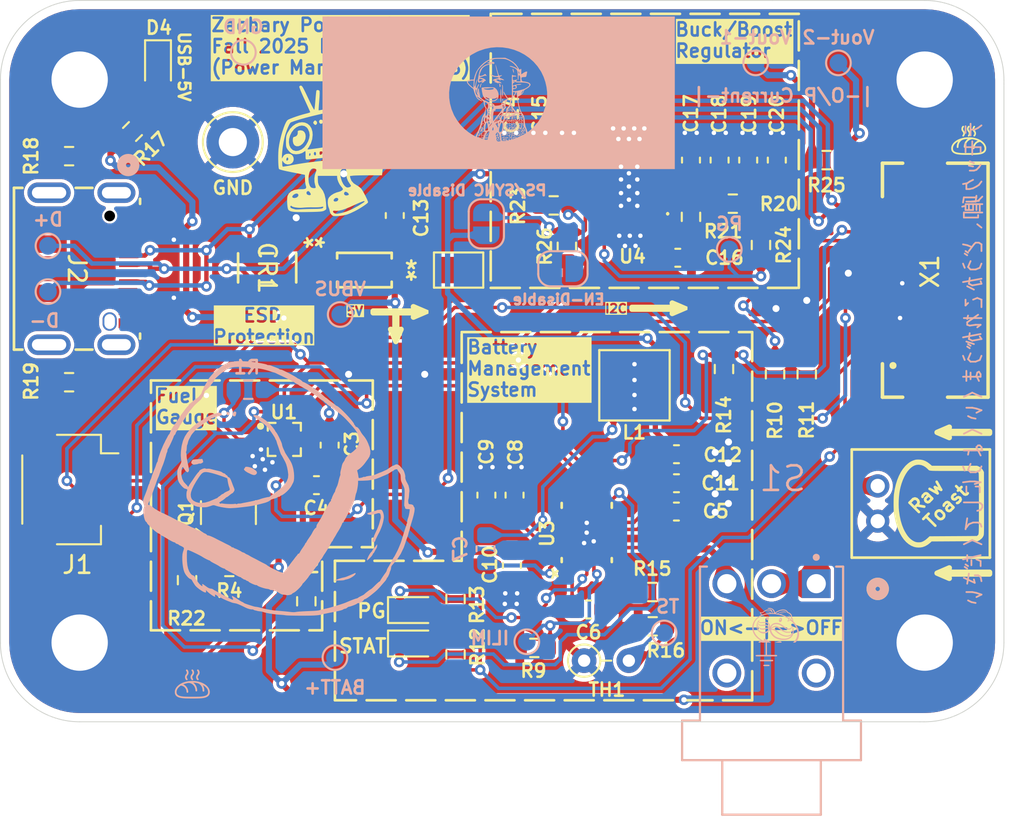
<source format=kicad_pcb>
(kicad_pcb
	(version 20241229)
	(generator "pcbnew")
	(generator_version "9.0")
	(general
		(thickness 1.646)
		(legacy_teardrops no)
	)
	(paper "A4")
	(layers
		(0 "F.Cu" signal)
		(2 "B.Cu" signal)
		(9 "F.Adhes" user "F.Adhesive")
		(11 "B.Adhes" user "B.Adhesive")
		(13 "F.Paste" user)
		(15 "B.Paste" user)
		(5 "F.SilkS" user "F.Silkscreen")
		(7 "B.SilkS" user "B.Silkscreen")
		(1 "F.Mask" user)
		(3 "B.Mask" user)
		(17 "Dwgs.User" user "User.Drawings")
		(19 "Cmts.User" user "User.Comments")
		(21 "Eco1.User" user "User.Eco1")
		(23 "Eco2.User" user "User.Eco2")
		(25 "Edge.Cuts" user)
		(27 "Margin" user)
		(31 "F.CrtYd" user "F.Courtyard")
		(29 "B.CrtYd" user "B.Courtyard")
		(35 "F.Fab" user)
		(33 "B.Fab" user)
		(39 "User.1" user)
		(41 "User.2" user)
		(43 "User.3" user)
		(45 "User.4" user)
		(47 "User.5" user)
		(49 "User.6" user)
		(51 "User.7" user)
		(53 "User.8" user)
		(55 "User.9" user)
	)
	(setup
		(stackup
			(layer "F.SilkS"
				(type "Top Silk Screen")
				(material "Liquid Photo")
			)
			(layer "F.Paste"
				(type "Top Solder Paste")
			)
			(layer "F.Mask"
				(type "Top Solder Mask")
				(color "Purple")
				(thickness 0.0254)
				(material "SMOBC")
				(epsilon_r 3.3)
				(loss_tangent 0)
			)
			(layer "F.Cu"
				(type "copper")
				(thickness 0.0356)
			)
			(layer "dielectric 1"
				(type "core")
				(thickness 1.524)
				(material "FR4")
				(epsilon_r 4.5)
				(loss_tangent 0.02)
			)
			(layer "B.Cu"
				(type "copper")
				(thickness 0.0356)
			)
			(layer "B.Mask"
				(type "Bottom Solder Mask")
				(color "Purple")
				(thickness 0.0254)
				(material "SMOBC")
				(epsilon_r 3.3)
				(loss_tangent 0)
			)
			(layer "B.Paste"
				(type "Bottom Solder Paste")
			)
			(layer "B.SilkS"
				(type "Bottom Silk Screen")
				(material "Liquid Photo")
			)
			(copper_finish "ENIG")
			(dielectric_constraints no)
		)
		(pad_to_mask_clearance 0.0508)
		(allow_soldermask_bridges_in_footprints yes)
		(tenting front back)
		(aux_axis_origin 127.20111 115.16359)
		(grid_origin 127.20111 115.16359)
		(pcbplotparams
			(layerselection 0x00000000_00000000_55555555_5755f5ff)
			(plot_on_all_layers_selection 0x00000000_00000000_00000000_00000000)
			(disableapertmacros no)
			(usegerberextensions no)
			(usegerberattributes yes)
			(usegerberadvancedattributes yes)
			(creategerberjobfile yes)
			(dashed_line_dash_ratio 12.000000)
			(dashed_line_gap_ratio 3.000000)
			(svgprecision 4)
			(plotframeref no)
			(mode 1)
			(useauxorigin no)
			(hpglpennumber 1)
			(hpglpenspeed 20)
			(hpglpendiameter 15.000000)
			(pdf_front_fp_property_popups yes)
			(pdf_back_fp_property_popups yes)
			(pdf_metadata yes)
			(pdf_single_document no)
			(dxfpolygonmode yes)
			(dxfimperialunits yes)
			(dxfusepcbnewfont yes)
			(psnegative no)
			(psa4output no)
			(plot_black_and_white yes)
			(sketchpadsonfab no)
			(plotpadnumbers no)
			(hidednponfab no)
			(sketchdnponfab yes)
			(crossoutdnponfab yes)
			(subtractmaskfromsilk no)
			(outputformat 1)
			(mirror no)
			(drillshape 1)
			(scaleselection 1)
			(outputdirectory "")
		)
	)
	(net 0 "")
	(net 1 "GND")
	(net 2 "+3.3V")
	(net 3 "/Power Subsystem/STAT")
	(net 4 "/Power Subsystem/*PG")
	(net 5 "VBUS")
	(net 6 "/Power Subsystem/BAT_LOW")
	(net 7 "/Power Subsystem/VDD")
	(net 8 "/Power Subsystem/*INT")
	(net 9 "/Power Subsystem/TS")
	(net 10 "/Power Subsystem/TS_BIAS")
	(net 11 "/Power Subsystem/ILIM")
	(net 12 "+BATT")
	(net 13 "/Power Subsystem/SDA")
	(net 14 "/Power Subsystem/SCL")
	(net 15 "/Power Subsystem/D-")
	(net 16 "/Power Subsystem/D+")
	(net 17 "Net-(U3-REGN)")
	(net 18 "Net-(U3-BTST)")
	(net 19 "Net-(U3-SW)")
	(net 20 "Net-(U3-PMID)")
	(net 21 "Net-(D3-A)")
	(net 22 "Net-(D1-A)")
	(net 23 "Net-(D2-A)")
	(net 24 "Net-(D4-A)")
	(net 25 "Net-(Q1-G)")
	(net 26 "Net-(Q1-D)")
	(net 27 "unconnected-(U3-*QON-Pad7)")
	(net 28 "Net-(U4-FB)")
	(net 29 "Net-(U4-VOUT_1)")
	(net 30 "unconnected-(J2-SBU2-Pad4)")
	(net 31 "Net-(J2-CC2)")
	(net 32 "Net-(J2-CC1)")
	(net 33 "unconnected-(J2-SBU1-Pad10)")
	(net 34 "Net-(J3-Pad2)")
	(net 35 "Net-(U4-L2_1)")
	(net 36 "Net-(U4-L1_1)")
	(net 37 "Net-(U4-PG)")
	(net 38 "unconnected-(X1-Pad4)")
	(net 39 "unconnected-(X1-Pad5)")
	(net 40 "unconnected-(X1-Pad8)")
	(net 41 "unconnected-(X1-Pad6)")
	(net 42 "+5V")
	(net 43 "Net-(U4-VINA)")
	(net 44 "/Power Subsystem/Regulators/EN")
	(net 45 "/Power Subsystem/Regulators/PS{slash}SYNC")
	(footprint "capstone-project:IC_BQ27427YZFR" (layer "F.Cu") (at 136.925 96.4))
	(footprint "Resistor_SMD:R_0603_1608Metric" (layer "F.Cu") (at 164.8 92.7 -90))
	(footprint "Resistor_SMD:R_0603_1608Metric" (layer "F.Cu") (at 151.125 108.25))
	(footprint "capstone-project:TPS63020DSJR" (layer "F.Cu") (at 156.5 82.025 90))
	(footprint "TestPoint:TestPoint_Loop_D2.60mm_Drill1.6mm_Beaded" (layer "F.Cu") (at 134 79.5))
	(footprint "Resistor_SMD:R_0603_1608Metric" (layer "F.Cu") (at 124.7 93.15 180))
	(footprint "capstone-project:Adafruit EYESPI FPC Connector" (layer "F.Cu") (at 173.9 87.35 90))
	(footprint "capstone-project:1N5819HW-7-F_DIO" (layer "F.Cu") (at 141.475 86.775 180))
	(footprint "Connector_JST:JST_SH_SM04B-SRSS-TB_1x04-1MP_P1.00mm_Horizontal" (layer "F.Cu") (at 124.725 99.25 -90))
	(footprint "Capacitor_SMD:C_0603_1608Metric" (layer "F.Cu") (at 148.403777 99.566325 -90))
	(footprint "Resistor_SMD:R_0603_1608Metric" (layer "F.Cu") (at 133.8 103.65))
	(footprint "Resistor_SMD:R_0603_1608Metric" (layer "F.Cu") (at 167.725 80.525 180))
	(footprint "capstone-project:WQFN-HR18__RYK_TEX" (layer "F.Cu") (at 154.103776 101.691333 90))
	(footprint "Resistor_SMD:R_0603_1608Metric" (layer "F.Cu") (at 124.7 80.3 180))
	(footprint "LED_SMD:LED_0603_1608Metric" (layer "F.Cu") (at 144.3 108))
	(footprint "LOGO" (layer "F.Cu") (at 174.1 100.0451 90))
	(footprint "Jumper:SolderJumper-2_P1.3mm_Open_TrianglePad1.0x1.5mm" (layer "F.Cu") (at 146.825 86.775))
	(footprint "Capacitor_SMD:C_0603_1608Metric" (layer "F.Cu") (at 149.775 80.55 90))
	(footprint "Resistor_SMD:R_0603_1608Metric" (layer "F.Cu") (at 152.975 85.45 90))
	(footprint "Resistor_SMD:R_0603_1608Metric" (layer "F.Cu") (at 128.3 78.9 45))
	(footprint "Capacitor_SMD:C_0603_1608Metric" (layer "F.Cu") (at 159.2 97.241333 180))
	(footprint "Capacitor_SMD:C_0603_1608Metric" (layer "F.Cu") (at 149.853777 103.566325 90))
	(footprint "Resistor_SMD:R_0603_1608Metric" (layer "F.Cu") (at 157.85 107.025 180))
	(footprint "LOGO"
		(layer "F.Cu")
		(uuid "78bbe02a-c3f5-4b30-8b3f-431c40341b4b")
		(at 175.8 79.4)
		(property "Reference" "G***"
			(at 0 0 0)
			(layer "B.SilkS")
			(hide yes)
			(uuid "1ab8a7a3-30ea-4e49-b4e8-c27e7ebf5ca1")
			(effects
				(font
					(size 1.5 1.5)
					(thickness 0.3)
				)
				(justify mirror)
			)
		)
		(property "Value" "LOGO"
			(at 0.75 0 0)
			(layer "F.SilkS")
			(hide yes)
			(uuid "b2aae8b0-50e6-4378-9483-0863d89a2245")
			(effects
				(font
					(size 1.5 1.5)
					(thickness 0.3)
				)
			)
		)
		(property "Datasheet" ""
			(at 0 0 0)
			(layer "F.Fab")
			(hide yes)
			(uuid "4a6b8d0d-8d8d-4ea1-bd40-7a1e23fd323f")
			(effects
				(font
					(size 1.27 1.27)
					(thickness 0.15)
				)
			)
		)
		(property "Description" ""
			(at 0 0 0)
			(layer "F.Fab")
			(hide yes)
			(uuid "260bdf91-1d6d-4ade-8ae0-45f4788a25b1")
			(effects
				(font
					(size 1.27 1.27)
					(thickness 0.15)
				)
			)
		)
		(attr board_only exclude_from_pos_files exclude_from_bom)
		(fp_poly
			(pts
				(xy 0.341677 -0.818189) (xy 0.350879 -0.811124) (xy 0.35776 -0.801584) (xy 0.361411 -0.78873) (xy 0.362336 -0.780576)
				(xy 0.362912 -0.76992) (xy 0.36196 -0.761949) (xy 0.358546 -0.754326) (xy 0.351737 -0.744711) (xy 0.344241 -0.735286)
				(xy 0.327217 -0.710081) (xy 0.316993 -0.684288) (xy 0.312748 -0.655597) (xy 0.312518 -0.645963)
				(xy 0.314627 -0.621452) (xy 0.321455 -0.598818) (xy 0.333751 -0.576319) (xy 0.352267 -0.552211)
				(xy 0.35347 -0.550816) (xy 0.375839 -0.522476) (xy 0.392408 -0.4952) (xy 0.404432 -0.466694) (xy 0.410276 -0.446919)
				(xy 0.416632 -0.407192) (xy 0.415929 -0.36697) (xy 0.408475 -0.327543) (xy 0.394578 -0.290201) (xy 0.374548 -0.256234)
				(xy 0.360617 -0.239003) (xy 0.343961 -0.223545) (xy 0.328014 -0.215265) (xy 0.31172 -0.213725) (xy 0.30316 -0.215336)
				(xy 0.289594 -0.221978) (xy 0.277356 -0.232961) (xy 0.269067 -0.245695) (xy 0.267473 -0.250565)
				(xy 0.266499 -0.265889) (xy 0.271004 -0.281026) (xy 0.28159 -0.297695) (xy 0.28584 -0.30301) (xy 0.304781 -0.330897)
				(xy 0.31598 -0.359648) (xy 0.319478 -0.389452) (xy 0.315316 -0.4205) (xy 0.313136 -0.428307) (xy 0.307742 -0.443287)
				(xy 0.300706 -0.456944) (xy 0.290648 -0.4716) (xy 0.277921 -0.487504) (xy 0.253815 -0.519055) (xy 0.236065 -0.548822)
				(xy 0.224015 -0.578474) (xy 0.217013 -0.609679) (xy 0.214405 -0.644108) (xy 0.214352 -0.649926)
				(xy 0.21811 -0.691695) (xy 0.22948 -0.731741) (xy 0.248438 -0.770006) (xy 0.274557 -0.805956) (xy 0.289201 -0.817886)
				(xy 0.306617 -0.823993) (xy 0.324784 -0.82414)
			)
			(stroke
				(width 0)
				(type solid)
			)
			(fill yes)
			(layer "F.SilkS")
			(uuid "fcc00baf-2d0a-42f5-a47e-2396e72eabee")
		)
		(fp_poly
			(pts
				(xy -0.294358 -0.821567) (xy -0.280613 -0.812555) (xy -0.273236 -0.805723) (xy -0.269339 -0.799151)
				(xy -0.267826 -0.789975) (xy -0.267596 -0.778553) (xy -0.268011 -0.765282) (xy -0.2701 -0.755972)
				(xy -0.27513 -0.747405) (xy -0.284068 -0.736705) (xy -0.301942 -0.710871) (xy -0.312693 -0.681968)
				(xy -0.316422 -0.649719) (xy -0.316427 -0.648478) (xy -0.314534 -0.623299) (xy -0.308308 -0.600739)
				(xy -0.296931 -0.578831) (xy -0.279583 -0.555609) (xy -0.276024 -0.551438) (xy -0.248783 -0.51478)
				(xy -0.228913 -0.476451) (xy -0.216483 -0.436904) (xy -0.21156 -0.396592) (xy -0.214211 -0.35597)
				(xy -0.224506 -0.31549) (xy -0.23648 -0.287108) (xy -0.2465 -0.269557) (xy -0.259063 -0.251263)
				(xy -0.270917 -0.236796) (xy -0.281558 -0.225664) (xy -0.289243 -0.219122) (xy -0.296239 -0.215954)
				(xy -0.304815 -0.214939) (xy -0.311751 -0.214858) (xy -0.325159 -0.215605) (xy -0.334726 -0.218843)
				(xy -0.344356 -0.226062) (xy -0.346759 -0.22823) (xy -0.355699 -0.237334) (xy -0.359999 -0.245443)
				(xy -0.361301 -0.256214) (xy -0.361351 -0.260763) (xy -0.360093 -0.275289) (xy -0.355262 -0.286842)
				(xy -0.349632 -0.294709) (xy -0.335551 -0.313388) (xy -0.325767 -0.328973) (xy -0.318989 -0.34383)
				(xy -0.313952 -0.360238) (xy -0.309664 -0.387873) (xy -0.311661 -0.414239) (xy -0.320241 -0.440357)
				(xy -0.335703 -0.467249) (xy -0.35113 -0.487504) (xy -0.374855 -0.518452) (xy -0.392396 -0.54726)
				(xy -0.404404 -0.575576) (xy -0.411526 -0.605049) (xy -0.414413 -0.637326) (xy -0.414549 -0.648478)
				(xy -0.41154 -0.689175) (xy -0.402442 -0.726063) (xy -0.386695 -0.760776) (xy -0.364846 -0.793514)
				(xy -0.347467 -0.812075) (xy -0.329824 -0.82296) (xy -0.31207 -0.826136)
			)
			(stroke
				(width 0)
				(type solid)
			)
			(fill yes)
			(layer "F.SilkS")
			(uuid "bdc095d3-3aad-4e34-9d78-a670cbd86543")
		)
		(fp_poly
			(pts
				(xy 0.022493 -0.82045) (xy 0.035872 -0.810277) (xy 0.045209 -0.796413) (xy 0.049211 -0.780186) (xy 0.047079 -0.764333)
				(xy 0.041406 -0.752388) (xy 0.033057 -0.740081) (xy 0.031004 -0.737644) (xy 0.012671 -0.711559)
				(xy 0.001384 -0.683132) (xy -0.002861 -0.653393) (xy -0.000067 -0.623371) (xy 0.009763 -0.594095)
				(xy 0.
... [1228701 chars truncated]
</source>
